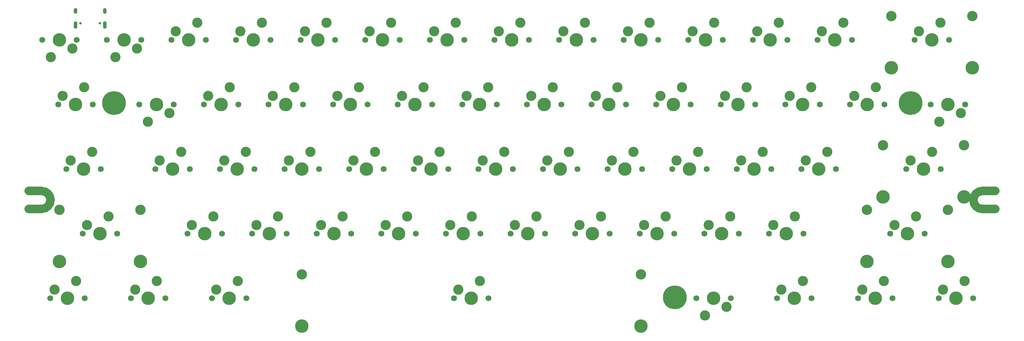
<source format=gbr>
%TF.GenerationSoftware,KiCad,Pcbnew,(5.1.10)-1*%
%TF.CreationDate,2021-08-14T15:29:17+09:00*%
%TF.ProjectId,pcb,7063622e-6b69-4636-9164-5f7063625858,rev?*%
%TF.SameCoordinates,Original*%
%TF.FileFunction,Soldermask,Top*%
%TF.FilePolarity,Negative*%
%FSLAX46Y46*%
G04 Gerber Fmt 4.6, Leading zero omitted, Abs format (unit mm)*
G04 Created by KiCad (PCBNEW (5.1.10)-1) date 2021-08-14 15:29:17*
%MOMM*%
%LPD*%
G01*
G04 APERTURE LIST*
%ADD10C,2.501900*%
%ADD11C,1.000000*%
%ADD12C,7.000240*%
%ADD13C,7.001300*%
%ADD14C,0.750000*%
%ADD15O,1.100000X2.200000*%
%ADD16O,1.100000X1.700000*%
%ADD17C,1.750000*%
%ADD18C,3.000000*%
%ADD19C,3.987800*%
%ADD20C,3.048000*%
G04 APERTURE END LIST*
D10*
%TO.C,REF\u002A\u002A*%
X24251000Y-83224950D02*
X28051000Y-83224950D01*
X24251000Y-77923050D02*
X28051000Y-77923050D01*
X305451000Y-83224950D02*
X309301000Y-83224950D01*
X305451000Y-77923050D02*
X309251000Y-77923050D01*
X28051000Y-83224950D02*
G75*
G03*
X30701950Y-80574000I0J2650950D01*
G01*
X30701950Y-80574000D02*
G75*
G03*
X28051000Y-77923050I-2650950J0D01*
G01*
X305451000Y-83224950D02*
G75*
G02*
X302800050Y-80574000I0J2650950D01*
G01*
X302800050Y-80574000D02*
G75*
G02*
X305451000Y-77923050I2650950J0D01*
G01*
%TD*%
D11*
%TO.C,REF\u002A\u002A*%
X303612522Y-82412478D03*
X305451000Y-83174000D03*
X307493035Y-83174000D03*
X307493035Y-77974000D03*
X305451000Y-77974000D03*
X303612522Y-78735522D03*
X302851000Y-80574000D03*
X26008965Y-83174000D03*
X26008965Y-77974000D03*
X29889478Y-82412478D03*
X29889478Y-78735522D03*
X28051000Y-83174000D03*
X28051000Y-77974000D03*
X30651000Y-80574000D03*
X215951000Y-111574000D03*
X213551000Y-111574000D03*
X213551000Y-106974000D03*
X215951000Y-106974000D03*
X214751000Y-111574000D03*
X214751000Y-106974000D03*
X285501000Y-49657000D03*
X283101000Y-49674000D03*
X283101000Y-54274000D03*
X285501000Y-54274000D03*
X284301000Y-54274000D03*
X284301000Y-49674000D03*
X51077346Y-53600346D03*
X47824654Y-53600346D03*
X51077346Y-50347654D03*
X47824654Y-50347654D03*
X49451000Y-54274000D03*
X51751000Y-51974000D03*
X47151000Y-51974000D03*
X49451000Y-49674000D03*
D12*
X284301000Y-51974000D03*
X214751000Y-109274000D03*
D13*
X49451000Y-51974000D03*
%TD*%
D14*
%TO.C,USB1*%
X45308000Y-28475000D03*
X39528000Y-28475000D03*
D15*
X38098000Y-29005000D03*
X46738000Y-29005000D03*
D16*
X38098000Y-24825000D03*
X46738000Y-24825000D03*
%TD*%
D17*
%TO.C,MX61*%
X302736250Y-109537500D03*
X292576250Y-109537500D03*
D18*
X293846250Y-106997500D03*
D19*
X297656250Y-109537500D03*
D18*
X300196250Y-104457500D03*
%TD*%
D19*
%TO.C,MX60*%
X271430750Y-98742500D03*
X295306750Y-98742500D03*
D20*
X271430750Y-83502500D03*
X295306750Y-83502500D03*
D17*
X288448750Y-90487500D03*
X278288750Y-90487500D03*
D18*
X279558750Y-87947500D03*
D19*
X283368750Y-90487500D03*
D18*
X285908750Y-85407500D03*
%TD*%
D19*
%TO.C,MX59*%
X276193250Y-79692500D03*
X300069250Y-79692500D03*
D20*
X276193250Y-64452500D03*
X300069250Y-64452500D03*
D17*
X293211250Y-71437500D03*
X283051250Y-71437500D03*
D18*
X284321250Y-68897500D03*
D19*
X288131250Y-71437500D03*
D18*
X290671250Y-66357500D03*
%TD*%
D17*
%TO.C,MX58*%
X290195000Y-52387500D03*
X300355000Y-52387500D03*
D18*
X299085000Y-54927500D03*
D19*
X295275000Y-52387500D03*
D18*
X292735000Y-57467500D03*
%TD*%
D19*
%TO.C,MX57*%
X278574500Y-41592500D03*
X302450500Y-41592500D03*
D20*
X278574500Y-26352500D03*
X302450500Y-26352500D03*
D17*
X295592500Y-33337500D03*
X285432500Y-33337500D03*
D18*
X286702500Y-30797500D03*
D19*
X290512500Y-33337500D03*
D18*
X293052500Y-28257500D03*
%TD*%
D17*
%TO.C,MX56*%
X278923750Y-109537500D03*
X268763750Y-109537500D03*
D18*
X270033750Y-106997500D03*
D19*
X273843750Y-109537500D03*
D18*
X276383750Y-104457500D03*
%TD*%
D17*
%TO.C,MX55*%
X276542500Y-52387500D03*
X266382500Y-52387500D03*
D18*
X267652500Y-49847500D03*
D19*
X271462500Y-52387500D03*
D18*
X274002500Y-47307500D03*
%TD*%
D17*
%TO.C,MX54*%
X267017500Y-33337500D03*
X256857500Y-33337500D03*
D18*
X258127500Y-30797500D03*
D19*
X261937500Y-33337500D03*
D18*
X264477500Y-28257500D03*
%TD*%
D17*
%TO.C,MX53*%
X255111250Y-109537500D03*
X244951250Y-109537500D03*
D18*
X246221250Y-106997500D03*
D19*
X250031250Y-109537500D03*
D18*
X252571250Y-104457500D03*
%TD*%
D17*
%TO.C,MX52*%
X252730000Y-90487500D03*
X242570000Y-90487500D03*
D18*
X243840000Y-87947500D03*
D19*
X247650000Y-90487500D03*
D18*
X250190000Y-85407500D03*
%TD*%
D17*
%TO.C,MX51*%
X262255000Y-71437500D03*
X252095000Y-71437500D03*
D18*
X253365000Y-68897500D03*
D19*
X257175000Y-71437500D03*
D18*
X259715000Y-66357500D03*
%TD*%
D17*
%TO.C,MX50*%
X257492500Y-52387500D03*
X247332500Y-52387500D03*
D18*
X248602500Y-49847500D03*
D19*
X252412500Y-52387500D03*
D18*
X254952500Y-47307500D03*
%TD*%
D17*
%TO.C,MX49*%
X247967500Y-33337500D03*
X237807500Y-33337500D03*
D18*
X239077500Y-30797500D03*
D19*
X242887500Y-33337500D03*
D18*
X245427500Y-28257500D03*
%TD*%
D17*
%TO.C,MX48*%
X221138750Y-109537500D03*
X231298750Y-109537500D03*
D18*
X230028750Y-112077500D03*
D19*
X226218750Y-109537500D03*
D18*
X223678750Y-114617500D03*
%TD*%
D17*
%TO.C,MX47*%
X233680000Y-90487500D03*
X223520000Y-90487500D03*
D18*
X224790000Y-87947500D03*
D19*
X228600000Y-90487500D03*
D18*
X231140000Y-85407500D03*
%TD*%
D17*
%TO.C,MX46*%
X243205000Y-71437500D03*
X233045000Y-71437500D03*
D18*
X234315000Y-68897500D03*
D19*
X238125000Y-71437500D03*
D18*
X240665000Y-66357500D03*
%TD*%
D17*
%TO.C,MX45*%
X238442500Y-52387500D03*
X228282500Y-52387500D03*
D18*
X229552500Y-49847500D03*
D19*
X233362500Y-52387500D03*
D18*
X235902500Y-47307500D03*
%TD*%
D17*
%TO.C,MX44*%
X228917500Y-33337500D03*
X218757500Y-33337500D03*
D18*
X220027500Y-30797500D03*
D19*
X223837500Y-33337500D03*
D18*
X226377500Y-28257500D03*
%TD*%
D17*
%TO.C,MX43*%
X214630000Y-90487500D03*
X204470000Y-90487500D03*
D18*
X205740000Y-87947500D03*
D19*
X209550000Y-90487500D03*
D18*
X212090000Y-85407500D03*
%TD*%
D17*
%TO.C,MX42*%
X224155000Y-71437500D03*
X213995000Y-71437500D03*
D18*
X215265000Y-68897500D03*
D19*
X219075000Y-71437500D03*
D18*
X221615000Y-66357500D03*
%TD*%
D17*
%TO.C,MX41*%
X219392500Y-52387500D03*
X209232500Y-52387500D03*
D18*
X210502500Y-49847500D03*
D19*
X214312500Y-52387500D03*
D18*
X216852500Y-47307500D03*
%TD*%
D17*
%TO.C,MX40*%
X209867500Y-33337500D03*
X199707500Y-33337500D03*
D18*
X200977500Y-30797500D03*
D19*
X204787500Y-33337500D03*
D18*
X207327500Y-28257500D03*
%TD*%
D17*
%TO.C,MX39*%
X195580000Y-90487500D03*
X185420000Y-90487500D03*
D18*
X186690000Y-87947500D03*
D19*
X190500000Y-90487500D03*
D18*
X193040000Y-85407500D03*
%TD*%
D17*
%TO.C,MX38*%
X205105000Y-71437500D03*
X194945000Y-71437500D03*
D18*
X196215000Y-68897500D03*
D19*
X200025000Y-71437500D03*
D18*
X202565000Y-66357500D03*
%TD*%
D17*
%TO.C,MX37*%
X200342500Y-52387500D03*
X190182500Y-52387500D03*
D18*
X191452500Y-49847500D03*
D19*
X195262500Y-52387500D03*
D18*
X197802500Y-47307500D03*
%TD*%
D17*
%TO.C,MX36*%
X190817500Y-33337500D03*
X180657500Y-33337500D03*
D18*
X181927500Y-30797500D03*
D19*
X185737500Y-33337500D03*
D18*
X188277500Y-28257500D03*
%TD*%
D17*
%TO.C,MX35*%
X176530000Y-90487500D03*
X166370000Y-90487500D03*
D18*
X167640000Y-87947500D03*
D19*
X171450000Y-90487500D03*
D18*
X173990000Y-85407500D03*
%TD*%
D17*
%TO.C,MX34*%
X186055000Y-71437500D03*
X175895000Y-71437500D03*
D18*
X177165000Y-68897500D03*
D19*
X180975000Y-71437500D03*
D18*
X183515000Y-66357500D03*
%TD*%
D17*
%TO.C,MX33*%
X181292500Y-52387500D03*
X171132500Y-52387500D03*
D18*
X172402500Y-49847500D03*
D19*
X176212500Y-52387500D03*
D18*
X178752500Y-47307500D03*
%TD*%
D17*
%TO.C,MX32*%
X171767500Y-33337500D03*
X161607500Y-33337500D03*
D18*
X162877500Y-30797500D03*
D19*
X166687500Y-33337500D03*
D18*
X169227500Y-28257500D03*
%TD*%
D19*
%TO.C,MX31*%
X104781350Y-117792500D03*
X204781150Y-117792500D03*
D20*
X104781350Y-102552500D03*
X204781150Y-102552500D03*
D17*
X159861250Y-109537500D03*
X149701250Y-109537500D03*
D18*
X150971250Y-106997500D03*
D19*
X154781250Y-109537500D03*
D18*
X157321250Y-104457500D03*
%TD*%
D17*
%TO.C,MX30*%
X157480000Y-90487500D03*
X147320000Y-90487500D03*
D18*
X148590000Y-87947500D03*
D19*
X152400000Y-90487500D03*
D18*
X154940000Y-85407500D03*
%TD*%
D17*
%TO.C,MX29*%
X167005000Y-71437500D03*
X156845000Y-71437500D03*
D18*
X158115000Y-68897500D03*
D19*
X161925000Y-71437500D03*
D18*
X164465000Y-66357500D03*
%TD*%
D17*
%TO.C,MX28*%
X162242500Y-52387500D03*
X152082500Y-52387500D03*
D18*
X153352500Y-49847500D03*
D19*
X157162500Y-52387500D03*
D18*
X159702500Y-47307500D03*
%TD*%
D17*
%TO.C,MX27*%
X152717500Y-33337500D03*
X142557500Y-33337500D03*
D18*
X143827500Y-30797500D03*
D19*
X147637500Y-33337500D03*
D18*
X150177500Y-28257500D03*
%TD*%
D17*
%TO.C,MX26*%
X138430000Y-90487500D03*
X128270000Y-90487500D03*
D18*
X129540000Y-87947500D03*
D19*
X133350000Y-90487500D03*
D18*
X135890000Y-85407500D03*
%TD*%
D17*
%TO.C,MX25*%
X147955000Y-71437500D03*
X137795000Y-71437500D03*
D18*
X139065000Y-68897500D03*
D19*
X142875000Y-71437500D03*
D18*
X145415000Y-66357500D03*
%TD*%
D17*
%TO.C,MX24*%
X143192500Y-52387500D03*
X133032500Y-52387500D03*
D18*
X134302500Y-49847500D03*
D19*
X138112500Y-52387500D03*
D18*
X140652500Y-47307500D03*
%TD*%
D17*
%TO.C,MX23*%
X133667500Y-33337500D03*
X123507500Y-33337500D03*
D18*
X124777500Y-30797500D03*
D19*
X128587500Y-33337500D03*
D18*
X131127500Y-28257500D03*
%TD*%
D17*
%TO.C,MX22*%
X119380000Y-90487500D03*
X109220000Y-90487500D03*
D18*
X110490000Y-87947500D03*
D19*
X114300000Y-90487500D03*
D18*
X116840000Y-85407500D03*
%TD*%
D17*
%TO.C,MX21*%
X128905000Y-71437500D03*
X118745000Y-71437500D03*
D18*
X120015000Y-68897500D03*
D19*
X123825000Y-71437500D03*
D18*
X126365000Y-66357500D03*
%TD*%
D17*
%TO.C,MX20*%
X124142500Y-52387500D03*
X113982500Y-52387500D03*
D18*
X115252500Y-49847500D03*
D19*
X119062500Y-52387500D03*
D18*
X121602500Y-47307500D03*
%TD*%
D17*
%TO.C,MX19*%
X114617500Y-33337500D03*
X104457500Y-33337500D03*
D18*
X105727500Y-30797500D03*
D19*
X109537500Y-33337500D03*
D18*
X112077500Y-28257500D03*
%TD*%
D17*
%TO.C,MX18*%
X100330000Y-90487500D03*
X90170000Y-90487500D03*
D18*
X91440000Y-87947500D03*
D19*
X95250000Y-90487500D03*
D18*
X97790000Y-85407500D03*
%TD*%
D17*
%TO.C,MX17*%
X109855000Y-71437500D03*
X99695000Y-71437500D03*
D18*
X100965000Y-68897500D03*
D19*
X104775000Y-71437500D03*
D18*
X107315000Y-66357500D03*
%TD*%
D17*
%TO.C,MX16*%
X105092500Y-52387500D03*
X94932500Y-52387500D03*
D18*
X96202500Y-49847500D03*
D19*
X100012500Y-52387500D03*
D18*
X102552500Y-47307500D03*
%TD*%
D17*
%TO.C,MX15*%
X95567500Y-33337500D03*
X85407500Y-33337500D03*
D18*
X86677500Y-30797500D03*
D19*
X90487500Y-33337500D03*
D18*
X93027500Y-28257500D03*
%TD*%
D17*
%TO.C,MX14*%
X88423750Y-109537500D03*
X78263750Y-109537500D03*
D18*
X79533750Y-106997500D03*
D19*
X83343750Y-109537500D03*
D18*
X85883750Y-104457500D03*
%TD*%
D17*
%TO.C,MX13*%
X81280000Y-90487500D03*
X71120000Y-90487500D03*
D18*
X72390000Y-87947500D03*
D19*
X76200000Y-90487500D03*
D18*
X78740000Y-85407500D03*
%TD*%
D17*
%TO.C,MX12*%
X90805000Y-71437500D03*
X80645000Y-71437500D03*
D18*
X81915000Y-68897500D03*
D19*
X85725000Y-71437500D03*
D18*
X88265000Y-66357500D03*
%TD*%
D17*
%TO.C,MX11*%
X86042500Y-52387500D03*
X75882500Y-52387500D03*
D18*
X77152500Y-49847500D03*
D19*
X80962500Y-52387500D03*
D18*
X83502500Y-47307500D03*
%TD*%
D17*
%TO.C,MX10*%
X76517500Y-33337500D03*
X66357500Y-33337500D03*
D18*
X67627500Y-30797500D03*
D19*
X71437500Y-33337500D03*
D18*
X73977500Y-28257500D03*
%TD*%
D17*
%TO.C,MX9*%
X64611250Y-109537500D03*
X54451250Y-109537500D03*
D18*
X55721250Y-106997500D03*
D19*
X59531250Y-109537500D03*
D18*
X62071250Y-104457500D03*
%TD*%
D17*
%TO.C,MX8*%
X71755000Y-71437500D03*
X61595000Y-71437500D03*
D18*
X62865000Y-68897500D03*
D19*
X66675000Y-71437500D03*
D18*
X69215000Y-66357500D03*
%TD*%
D17*
%TO.C,MX7*%
X56832500Y-52387500D03*
X66992500Y-52387500D03*
D18*
X65722500Y-54927500D03*
D19*
X61912500Y-52387500D03*
D18*
X59372500Y-57467500D03*
%TD*%
D17*
%TO.C,MX6*%
X47307500Y-33337500D03*
X57467500Y-33337500D03*
D18*
X56197500Y-35877500D03*
D19*
X52387500Y-33337500D03*
D18*
X49847500Y-38417500D03*
%TD*%
D17*
%TO.C,MX5*%
X40798750Y-109537500D03*
X30638750Y-109537500D03*
D18*
X31908750Y-106997500D03*
D19*
X35718750Y-109537500D03*
D18*
X38258750Y-104457500D03*
%TD*%
D19*
%TO.C,MX4*%
X33305750Y-98742500D03*
X57181750Y-98742500D03*
D20*
X33305750Y-83502500D03*
X57181750Y-83502500D03*
D17*
X50323750Y-90487500D03*
X40163750Y-90487500D03*
D18*
X41433750Y-87947500D03*
D19*
X45243750Y-90487500D03*
D18*
X47783750Y-85407500D03*
%TD*%
D17*
%TO.C,MX3*%
X45561250Y-71437500D03*
X35401250Y-71437500D03*
D18*
X36671250Y-68897500D03*
D19*
X40481250Y-71437500D03*
D18*
X43021250Y-66357500D03*
%TD*%
D17*
%TO.C,MX2*%
X43180000Y-52387500D03*
X33020000Y-52387500D03*
D18*
X34290000Y-49847500D03*
D19*
X38100000Y-52387500D03*
D18*
X40640000Y-47307500D03*
%TD*%
D17*
%TO.C,MX1*%
X28257500Y-33337500D03*
X38417500Y-33337500D03*
D18*
X37147500Y-35877500D03*
D19*
X33337500Y-33337500D03*
D18*
X30797500Y-38417500D03*
%TD*%
M02*

</source>
